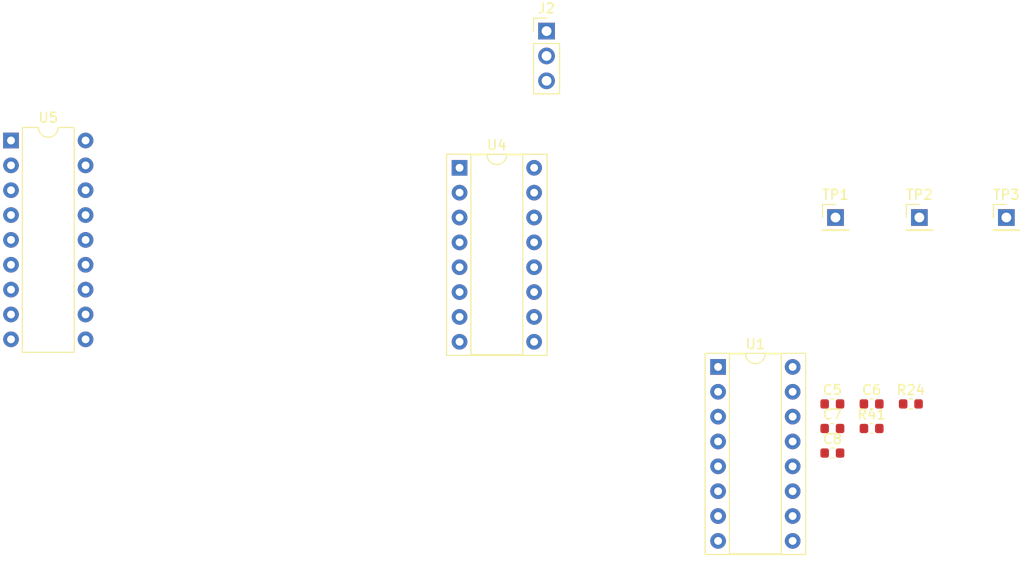
<source format=kicad_pcb>
(kicad_pcb (version 20171130) (host pcbnew "(5.1.5-0-10_14)")

  (general
    (thickness 1.6)
    (drawings 0)
    (tracks 0)
    (zones 0)
    (modules 13)
    (nets 11)
  )

  (page A4)
  (layers
    (0 F.Cu signal)
    (31 B.Cu signal)
    (32 B.Adhes user)
    (33 F.Adhes user)
    (34 B.Paste user)
    (35 F.Paste user)
    (36 B.SilkS user)
    (37 F.SilkS user)
    (38 B.Mask user)
    (39 F.Mask user)
    (40 Dwgs.User user)
    (41 Cmts.User user)
    (42 Eco1.User user)
    (43 Eco2.User user)
    (44 Edge.Cuts user)
    (45 Margin user)
    (46 B.CrtYd user)
    (47 F.CrtYd user)
    (48 B.Fab user)
    (49 F.Fab user)
  )

  (setup
    (last_trace_width 0.25)
    (trace_clearance 0.2)
    (zone_clearance 0.508)
    (zone_45_only no)
    (trace_min 0.2)
    (via_size 0.8)
    (via_drill 0.4)
    (via_min_size 0.4)
    (via_min_drill 0.3)
    (uvia_size 0.3)
    (uvia_drill 0.1)
    (uvias_allowed no)
    (uvia_min_size 0.2)
    (uvia_min_drill 0.1)
    (edge_width 0.05)
    (segment_width 0.2)
    (pcb_text_width 0.3)
    (pcb_text_size 1.5 1.5)
    (mod_edge_width 0.12)
    (mod_text_size 1 1)
    (mod_text_width 0.15)
    (pad_size 1.524 1.524)
    (pad_drill 0.762)
    (pad_to_mask_clearance 0.051)
    (solder_mask_min_width 0.25)
    (aux_axis_origin 0 0)
    (visible_elements FFFFFF7F)
    (pcbplotparams
      (layerselection 0x010fc_ffffffff)
      (usegerberextensions false)
      (usegerberattributes false)
      (usegerberadvancedattributes false)
      (creategerberjobfile false)
      (excludeedgelayer true)
      (linewidth 0.100000)
      (plotframeref false)
      (viasonmask false)
      (mode 1)
      (useauxorigin false)
      (hpglpennumber 1)
      (hpglpenspeed 20)
      (hpglpendiameter 15.000000)
      (psnegative false)
      (psa4output false)
      (plotreference true)
      (plotvalue true)
      (plotinvisibletext false)
      (padsonsilk false)
      (subtractmaskfromsilk false)
      (outputformat 1)
      (mirror false)
      (drillshape 1)
      (scaleselection 1)
      (outputdirectory ""))
  )

  (net 0 "")
  (net 1 +12V)
  (net 2 GND)
  (net 3 "Net-(C5-Pad2)")
  (net 4 "Net-(C6-Pad1)")
  (net 5 "Net-(C7-Pad1)")
  (net 6 "Net-(C8-Pad1)")
  (net 7 -12V)
  (net 8 "Net-(R24-Pad1)")
  (net 9 "Net-(R41-Pad1)")
  (net 10 "Net-(C12-Pad1)")

  (net_class Default "This is the default net class."
    (clearance 0.2)
    (trace_width 0.25)
    (via_dia 0.8)
    (via_drill 0.4)
    (uvia_dia 0.3)
    (uvia_drill 0.1)
    (add_net +12V)
    (add_net -12V)
    (add_net GND)
    (add_net "Net-(C1-Pad2)")
    (add_net "Net-(C12-Pad1)")
    (add_net "Net-(C12-Pad2)")
    (add_net "Net-(C13-Pad1)")
    (add_net "Net-(C3-Pad2)")
    (add_net "Net-(C4-Pad2)")
    (add_net "Net-(C5-Pad2)")
    (add_net "Net-(C6-Pad1)")
    (add_net "Net-(C7-Pad1)")
    (add_net "Net-(C8-Pad1)")
    (add_net "Net-(J1-Pad8)")
    (add_net "Net-(R1-Pad1)")
    (add_net "Net-(R10-Pad1)")
    (add_net "Net-(R11-Pad2)")
    (add_net "Net-(R12-Pad1)")
    (add_net "Net-(R12-Pad2)")
    (add_net "Net-(R13-Pad1)")
    (add_net "Net-(R15-Pad1)")
    (add_net "Net-(R16-Pad2)")
    (add_net "Net-(R17-Pad1)")
    (add_net "Net-(R18-Pad2)")
    (add_net "Net-(R20-Pad2)")
    (add_net "Net-(R21-Pad1)")
    (add_net "Net-(R22-Pad1)")
    (add_net "Net-(R23-Pad1)")
    (add_net "Net-(R24-Pad1)")
    (add_net "Net-(R25-Pad1)")
    (add_net "Net-(R28-Pad2)")
    (add_net "Net-(R29-Pad1)")
    (add_net "Net-(R3-Pad1)")
    (add_net "Net-(R30-Pad1)")
    (add_net "Net-(R32-Pad1)")
    (add_net "Net-(R33-Pad1)")
    (add_net "Net-(R34-Pad1)")
    (add_net "Net-(R35-Pad1)")
    (add_net "Net-(R39-Pad2)")
    (add_net "Net-(R41-Pad1)")
    (add_net "Net-(R42-Pad2)")
    (add_net "Net-(R8-Pad2)")
    (add_net "Net-(R9-Pad2)")
    (add_net "Net-(RV3-Pad1)")
    (add_net "Net-(U1-Pad1)")
    (add_net "Net-(U1-Pad13)")
    (add_net "Net-(U1-Pad14)")
    (add_net "Net-(U1-Pad15)")
    (add_net "Net-(U1-Pad16)")
    (add_net "Net-(U1-Pad8)")
    (add_net "Net-(U1-Pad9)")
  )

  (module Package_DIP:DIP-16_W7.62mm_Socket (layer F.Cu) (tedit 5A02E8C5) (tstamp 5E87E795)
    (at 214.38 104.17)
    (descr "16-lead though-hole mounted DIP package, row spacing 7.62 mm (300 mils), Socket")
    (tags "THT DIP DIL PDIP 2.54mm 7.62mm 300mil Socket")
    (path /5E8A960D)
    (fp_text reference U1 (at 3.81 -2.33) (layer F.SilkS)
      (effects (font (size 1 1) (thickness 0.15)))
    )
    (fp_text value V2164D (at 3.81 20.11) (layer F.Fab)
      (effects (font (size 1 1) (thickness 0.15)))
    )
    (fp_text user %R (at 3.81 8.89) (layer F.Fab)
      (effects (font (size 1 1) (thickness 0.15)))
    )
    (fp_line (start 9.15 -1.6) (end -1.55 -1.6) (layer F.CrtYd) (width 0.05))
    (fp_line (start 9.15 19.4) (end 9.15 -1.6) (layer F.CrtYd) (width 0.05))
    (fp_line (start -1.55 19.4) (end 9.15 19.4) (layer F.CrtYd) (width 0.05))
    (fp_line (start -1.55 -1.6) (end -1.55 19.4) (layer F.CrtYd) (width 0.05))
    (fp_line (start 8.95 -1.39) (end -1.33 -1.39) (layer F.SilkS) (width 0.12))
    (fp_line (start 8.95 19.17) (end 8.95 -1.39) (layer F.SilkS) (width 0.12))
    (fp_line (start -1.33 19.17) (end 8.95 19.17) (layer F.SilkS) (width 0.12))
    (fp_line (start -1.33 -1.39) (end -1.33 19.17) (layer F.SilkS) (width 0.12))
    (fp_line (start 6.46 -1.33) (end 4.81 -1.33) (layer F.SilkS) (width 0.12))
    (fp_line (start 6.46 19.11) (end 6.46 -1.33) (layer F.SilkS) (width 0.12))
    (fp_line (start 1.16 19.11) (end 6.46 19.11) (layer F.SilkS) (width 0.12))
    (fp_line (start 1.16 -1.33) (end 1.16 19.11) (layer F.SilkS) (width 0.12))
    (fp_line (start 2.81 -1.33) (end 1.16 -1.33) (layer F.SilkS) (width 0.12))
    (fp_line (start 8.89 -1.33) (end -1.27 -1.33) (layer F.Fab) (width 0.1))
    (fp_line (start 8.89 19.11) (end 8.89 -1.33) (layer F.Fab) (width 0.1))
    (fp_line (start -1.27 19.11) (end 8.89 19.11) (layer F.Fab) (width 0.1))
    (fp_line (start -1.27 -1.33) (end -1.27 19.11) (layer F.Fab) (width 0.1))
    (fp_line (start 0.635 -0.27) (end 1.635 -1.27) (layer F.Fab) (width 0.1))
    (fp_line (start 0.635 19.05) (end 0.635 -0.27) (layer F.Fab) (width 0.1))
    (fp_line (start 6.985 19.05) (end 0.635 19.05) (layer F.Fab) (width 0.1))
    (fp_line (start 6.985 -1.27) (end 6.985 19.05) (layer F.Fab) (width 0.1))
    (fp_line (start 1.635 -1.27) (end 6.985 -1.27) (layer F.Fab) (width 0.1))
    (fp_arc (start 3.81 -1.33) (end 2.81 -1.33) (angle -180) (layer F.SilkS) (width 0.12))
    (pad 16 thru_hole oval (at 7.62 0) (size 1.6 1.6) (drill 0.8) (layers *.Cu *.Mask))
    (pad 8 thru_hole oval (at 0 17.78) (size 1.6 1.6) (drill 0.8) (layers *.Cu *.Mask))
    (pad 15 thru_hole oval (at 7.62 2.54) (size 1.6 1.6) (drill 0.8) (layers *.Cu *.Mask))
    (pad 7 thru_hole oval (at 0 15.24) (size 1.6 1.6) (drill 0.8) (layers *.Cu *.Mask))
    (pad 14 thru_hole oval (at 7.62 5.08) (size 1.6 1.6) (drill 0.8) (layers *.Cu *.Mask))
    (pad 6 thru_hole oval (at 0 12.7) (size 1.6 1.6) (drill 0.8) (layers *.Cu *.Mask))
    (pad 13 thru_hole oval (at 7.62 7.62) (size 1.6 1.6) (drill 0.8) (layers *.Cu *.Mask))
    (pad 5 thru_hole oval (at 0 10.16) (size 1.6 1.6) (drill 0.8) (layers *.Cu *.Mask)
      (net 10 "Net-(C12-Pad1)"))
    (pad 12 thru_hole oval (at 7.62 10.16) (size 1.6 1.6) (drill 0.8) (layers *.Cu *.Mask)
      (net 10 "Net-(C12-Pad1)"))
    (pad 4 thru_hole oval (at 0 7.62) (size 1.6 1.6) (drill 0.8) (layers *.Cu *.Mask)
      (net 10 "Net-(C12-Pad1)"))
    (pad 11 thru_hole oval (at 7.62 12.7) (size 1.6 1.6) (drill 0.8) (layers *.Cu *.Mask))
    (pad 3 thru_hole oval (at 0 5.08) (size 1.6 1.6) (drill 0.8) (layers *.Cu *.Mask))
    (pad 10 thru_hole oval (at 7.62 15.24) (size 1.6 1.6) (drill 0.8) (layers *.Cu *.Mask))
    (pad 2 thru_hole oval (at 0 2.54) (size 1.6 1.6) (drill 0.8) (layers *.Cu *.Mask))
    (pad 9 thru_hole oval (at 7.62 17.78) (size 1.6 1.6) (drill 0.8) (layers *.Cu *.Mask))
    (pad 1 thru_hole rect (at 0 0) (size 1.6 1.6) (drill 0.8) (layers *.Cu *.Mask))
    (model ${KISYS3DMOD}/Package_DIP.3dshapes/DIP-16_W7.62mm_Socket.wrl
      (at (xyz 0 0 0))
      (scale (xyz 1 1 1))
      (rotate (xyz 0 0 0))
    )
  )

  (module Connector_PinHeader_2.54mm:PinHeader_1x01_P2.54mm_Vertical (layer F.Cu) (tedit 59FED5CC) (tstamp 5E87E769)
    (at 243.84 88.9)
    (descr "Through hole straight pin header, 1x01, 2.54mm pitch, single row")
    (tags "Through hole pin header THT 1x01 2.54mm single row")
    (path /5F5D5CB4)
    (fp_text reference TP3 (at 0 -2.33) (layer F.SilkS)
      (effects (font (size 1 1) (thickness 0.15)))
    )
    (fp_text value Tri (at 0 2.33) (layer F.Fab)
      (effects (font (size 1 1) (thickness 0.15)))
    )
    (fp_text user %R (at 0 0 90) (layer F.Fab)
      (effects (font (size 1 1) (thickness 0.15)))
    )
    (fp_line (start 1.8 -1.8) (end -1.8 -1.8) (layer F.CrtYd) (width 0.05))
    (fp_line (start 1.8 1.8) (end 1.8 -1.8) (layer F.CrtYd) (width 0.05))
    (fp_line (start -1.8 1.8) (end 1.8 1.8) (layer F.CrtYd) (width 0.05))
    (fp_line (start -1.8 -1.8) (end -1.8 1.8) (layer F.CrtYd) (width 0.05))
    (fp_line (start -1.33 -1.33) (end 0 -1.33) (layer F.SilkS) (width 0.12))
    (fp_line (start -1.33 0) (end -1.33 -1.33) (layer F.SilkS) (width 0.12))
    (fp_line (start -1.33 1.27) (end 1.33 1.27) (layer F.SilkS) (width 0.12))
    (fp_line (start 1.33 1.27) (end 1.33 1.33) (layer F.SilkS) (width 0.12))
    (fp_line (start -1.33 1.27) (end -1.33 1.33) (layer F.SilkS) (width 0.12))
    (fp_line (start -1.33 1.33) (end 1.33 1.33) (layer F.SilkS) (width 0.12))
    (fp_line (start -1.27 -0.635) (end -0.635 -1.27) (layer F.Fab) (width 0.1))
    (fp_line (start -1.27 1.27) (end -1.27 -0.635) (layer F.Fab) (width 0.1))
    (fp_line (start 1.27 1.27) (end -1.27 1.27) (layer F.Fab) (width 0.1))
    (fp_line (start 1.27 -1.27) (end 1.27 1.27) (layer F.Fab) (width 0.1))
    (fp_line (start -0.635 -1.27) (end 1.27 -1.27) (layer F.Fab) (width 0.1))
    (pad 1 thru_hole rect (at 0 0) (size 1.7 1.7) (drill 1) (layers *.Cu *.Mask))
    (model ${KISYS3DMOD}/Connector_PinHeader_2.54mm.3dshapes/PinHeader_1x01_P2.54mm_Vertical.wrl
      (at (xyz 0 0 0))
      (scale (xyz 1 1 1))
      (rotate (xyz 0 0 0))
    )
  )

  (module Connector_PinHeader_2.54mm:PinHeader_1x01_P2.54mm_Vertical (layer F.Cu) (tedit 59FED5CC) (tstamp 5E87E754)
    (at 234.95 88.9)
    (descr "Through hole straight pin header, 1x01, 2.54mm pitch, single row")
    (tags "Through hole pin header THT 1x01 2.54mm single row")
    (path /5F5D5743)
    (fp_text reference TP2 (at 0 -2.33) (layer F.SilkS)
      (effects (font (size 1 1) (thickness 0.15)))
    )
    (fp_text value Saw (at 0 2.33) (layer F.Fab)
      (effects (font (size 1 1) (thickness 0.15)))
    )
    (fp_text user %R (at 0 0 90) (layer F.Fab)
      (effects (font (size 1 1) (thickness 0.15)))
    )
    (fp_line (start 1.8 -1.8) (end -1.8 -1.8) (layer F.CrtYd) (width 0.05))
    (fp_line (start 1.8 1.8) (end 1.8 -1.8) (layer F.CrtYd) (width 0.05))
    (fp_line (start -1.8 1.8) (end 1.8 1.8) (layer F.CrtYd) (width 0.05))
    (fp_line (start -1.8 -1.8) (end -1.8 1.8) (layer F.CrtYd) (width 0.05))
    (fp_line (start -1.33 -1.33) (end 0 -1.33) (layer F.SilkS) (width 0.12))
    (fp_line (start -1.33 0) (end -1.33 -1.33) (layer F.SilkS) (width 0.12))
    (fp_line (start -1.33 1.27) (end 1.33 1.27) (layer F.SilkS) (width 0.12))
    (fp_line (start 1.33 1.27) (end 1.33 1.33) (layer F.SilkS) (width 0.12))
    (fp_line (start -1.33 1.27) (end -1.33 1.33) (layer F.SilkS) (width 0.12))
    (fp_line (start -1.33 1.33) (end 1.33 1.33) (layer F.SilkS) (width 0.12))
    (fp_line (start -1.27 -0.635) (end -0.635 -1.27) (layer F.Fab) (width 0.1))
    (fp_line (start -1.27 1.27) (end -1.27 -0.635) (layer F.Fab) (width 0.1))
    (fp_line (start 1.27 1.27) (end -1.27 1.27) (layer F.Fab) (width 0.1))
    (fp_line (start 1.27 -1.27) (end 1.27 1.27) (layer F.Fab) (width 0.1))
    (fp_line (start -0.635 -1.27) (end 1.27 -1.27) (layer F.Fab) (width 0.1))
    (pad 1 thru_hole rect (at 0 0) (size 1.7 1.7) (drill 1) (layers *.Cu *.Mask))
    (model ${KISYS3DMOD}/Connector_PinHeader_2.54mm.3dshapes/PinHeader_1x01_P2.54mm_Vertical.wrl
      (at (xyz 0 0 0))
      (scale (xyz 1 1 1))
      (rotate (xyz 0 0 0))
    )
  )

  (module Connector_PinHeader_2.54mm:PinHeader_1x01_P2.54mm_Vertical (layer F.Cu) (tedit 59FED5CC) (tstamp 5E87E73F)
    (at 226.38 88.9)
    (descr "Through hole straight pin header, 1x01, 2.54mm pitch, single row")
    (tags "Through hole pin header THT 1x01 2.54mm single row")
    (path /5F5988C1)
    (fp_text reference TP1 (at 0 -2.33) (layer F.SilkS)
      (effects (font (size 1 1) (thickness 0.15)))
    )
    (fp_text value Squ (at 0 2.33) (layer F.Fab)
      (effects (font (size 1 1) (thickness 0.15)))
    )
    (fp_text user %R (at 0 0 90) (layer F.Fab)
      (effects (font (size 1 1) (thickness 0.15)))
    )
    (fp_line (start 1.8 -1.8) (end -1.8 -1.8) (layer F.CrtYd) (width 0.05))
    (fp_line (start 1.8 1.8) (end 1.8 -1.8) (layer F.CrtYd) (width 0.05))
    (fp_line (start -1.8 1.8) (end 1.8 1.8) (layer F.CrtYd) (width 0.05))
    (fp_line (start -1.8 -1.8) (end -1.8 1.8) (layer F.CrtYd) (width 0.05))
    (fp_line (start -1.33 -1.33) (end 0 -1.33) (layer F.SilkS) (width 0.12))
    (fp_line (start -1.33 0) (end -1.33 -1.33) (layer F.SilkS) (width 0.12))
    (fp_line (start -1.33 1.27) (end 1.33 1.27) (layer F.SilkS) (width 0.12))
    (fp_line (start 1.33 1.27) (end 1.33 1.33) (layer F.SilkS) (width 0.12))
    (fp_line (start -1.33 1.27) (end -1.33 1.33) (layer F.SilkS) (width 0.12))
    (fp_line (start -1.33 1.33) (end 1.33 1.33) (layer F.SilkS) (width 0.12))
    (fp_line (start -1.27 -0.635) (end -0.635 -1.27) (layer F.Fab) (width 0.1))
    (fp_line (start -1.27 1.27) (end -1.27 -0.635) (layer F.Fab) (width 0.1))
    (fp_line (start 1.27 1.27) (end -1.27 1.27) (layer F.Fab) (width 0.1))
    (fp_line (start 1.27 -1.27) (end 1.27 1.27) (layer F.Fab) (width 0.1))
    (fp_line (start -0.635 -1.27) (end 1.27 -1.27) (layer F.Fab) (width 0.1))
    (pad 1 thru_hole rect (at 0 0) (size 1.7 1.7) (drill 1) (layers *.Cu *.Mask))
    (model ${KISYS3DMOD}/Connector_PinHeader_2.54mm.3dshapes/PinHeader_1x01_P2.54mm_Vertical.wrl
      (at (xyz 0 0 0))
      (scale (xyz 1 1 1))
      (rotate (xyz 0 0 0))
    )
  )

  (module Resistor_SMD:R_0603_1608Metric (layer F.Cu) (tedit 5B301BBD) (tstamp 5E87E72A)
    (at 230.07 110.46)
    (descr "Resistor SMD 0603 (1608 Metric), square (rectangular) end terminal, IPC_7351 nominal, (Body size source: http://www.tortai-tech.com/upload/download/2011102023233369053.pdf), generated with kicad-footprint-generator")
    (tags resistor)
    (path /5E90EB01)
    (attr smd)
    (fp_text reference R41 (at 0 -1.43) (layer F.SilkS)
      (effects (font (size 1 1) (thickness 0.15)))
    )
    (fp_text value 1K2 (at 0 1.43) (layer F.Fab)
      (effects (font (size 1 1) (thickness 0.15)))
    )
    (fp_text user %R (at 0 0) (layer F.Fab)
      (effects (font (size 0.4 0.4) (thickness 0.06)))
    )
    (fp_line (start 1.48 0.73) (end -1.48 0.73) (layer F.CrtYd) (width 0.05))
    (fp_line (start 1.48 -0.73) (end 1.48 0.73) (layer F.CrtYd) (width 0.05))
    (fp_line (start -1.48 -0.73) (end 1.48 -0.73) (layer F.CrtYd) (width 0.05))
    (fp_line (start -1.48 0.73) (end -1.48 -0.73) (layer F.CrtYd) (width 0.05))
    (fp_line (start -0.162779 0.51) (end 0.162779 0.51) (layer F.SilkS) (width 0.12))
    (fp_line (start -0.162779 -0.51) (end 0.162779 -0.51) (layer F.SilkS) (width 0.12))
    (fp_line (start 0.8 0.4) (end -0.8 0.4) (layer F.Fab) (width 0.1))
    (fp_line (start 0.8 -0.4) (end 0.8 0.4) (layer F.Fab) (width 0.1))
    (fp_line (start -0.8 -0.4) (end 0.8 -0.4) (layer F.Fab) (width 0.1))
    (fp_line (start -0.8 0.4) (end -0.8 -0.4) (layer F.Fab) (width 0.1))
    (pad 2 smd roundrect (at 0.7875 0) (size 0.875 0.95) (layers F.Cu F.Paste F.Mask) (roundrect_rratio 0.25)
      (net 7 -12V))
    (pad 1 smd roundrect (at -0.7875 0) (size 0.875 0.95) (layers F.Cu F.Paste F.Mask) (roundrect_rratio 0.25)
      (net 9 "Net-(R41-Pad1)"))
    (model ${KISYS3DMOD}/Resistor_SMD.3dshapes/R_0603_1608Metric.wrl
      (at (xyz 0 0 0))
      (scale (xyz 1 1 1))
      (rotate (xyz 0 0 0))
    )
  )

  (module Resistor_SMD:R_0603_1608Metric (layer F.Cu) (tedit 5B301BBD) (tstamp 5E87E719)
    (at 234.08 107.95)
    (descr "Resistor SMD 0603 (1608 Metric), square (rectangular) end terminal, IPC_7351 nominal, (Body size source: http://www.tortai-tech.com/upload/download/2011102023233369053.pdf), generated with kicad-footprint-generator")
    (tags resistor)
    (path /5E8E6971)
    (attr smd)
    (fp_text reference R24 (at 0 -1.43) (layer F.SilkS)
      (effects (font (size 1 1) (thickness 0.15)))
    )
    (fp_text value 91K (at 0 1.43) (layer F.Fab)
      (effects (font (size 1 1) (thickness 0.15)))
    )
    (fp_text user %R (at 0 0) (layer F.Fab)
      (effects (font (size 0.4 0.4) (thickness 0.06)))
    )
    (fp_line (start 1.48 0.73) (end -1.48 0.73) (layer F.CrtYd) (width 0.05))
    (fp_line (start 1.48 -0.73) (end 1.48 0.73) (layer F.CrtYd) (width 0.05))
    (fp_line (start -1.48 -0.73) (end 1.48 -0.73) (layer F.CrtYd) (width 0.05))
    (fp_line (start -1.48 0.73) (end -1.48 -0.73) (layer F.CrtYd) (width 0.05))
    (fp_line (start -0.162779 0.51) (end 0.162779 0.51) (layer F.SilkS) (width 0.12))
    (fp_line (start -0.162779 -0.51) (end 0.162779 -0.51) (layer F.SilkS) (width 0.12))
    (fp_line (start 0.8 0.4) (end -0.8 0.4) (layer F.Fab) (width 0.1))
    (fp_line (start 0.8 -0.4) (end 0.8 0.4) (layer F.Fab) (width 0.1))
    (fp_line (start -0.8 -0.4) (end 0.8 -0.4) (layer F.Fab) (width 0.1))
    (fp_line (start -0.8 0.4) (end -0.8 -0.4) (layer F.Fab) (width 0.1))
    (pad 2 smd roundrect (at 0.7875 0) (size 0.875 0.95) (layers F.Cu F.Paste F.Mask) (roundrect_rratio 0.25))
    (pad 1 smd roundrect (at -0.7875 0) (size 0.875 0.95) (layers F.Cu F.Paste F.Mask) (roundrect_rratio 0.25)
      (net 8 "Net-(R24-Pad1)"))
    (model ${KISYS3DMOD}/Resistor_SMD.3dshapes/R_0603_1608Metric.wrl
      (at (xyz 0 0 0))
      (scale (xyz 1 1 1))
      (rotate (xyz 0 0 0))
    )
  )

  (module Capacitor_SMD:C_0603_1608Metric (layer F.Cu) (tedit 5B301BBE) (tstamp 5E87E6F2)
    (at 226.06 112.97)
    (descr "Capacitor SMD 0603 (1608 Metric), square (rectangular) end terminal, IPC_7351 nominal, (Body size source: http://www.tortai-tech.com/upload/download/2011102023233369053.pdf), generated with kicad-footprint-generator")
    (tags capacitor)
    (path /5E8FCA7C)
    (attr smd)
    (fp_text reference C8 (at 0 -1.43) (layer F.SilkS)
      (effects (font (size 1 1) (thickness 0.15)))
    )
    (fp_text value 300p (at 0 1.43) (layer F.Fab)
      (effects (font (size 1 1) (thickness 0.15)))
    )
    (fp_text user %R (at 0 0) (layer F.Fab)
      (effects (font (size 0.4 0.4) (thickness 0.06)))
    )
    (fp_line (start 1.48 0.73) (end -1.48 0.73) (layer F.CrtYd) (width 0.05))
    (fp_line (start 1.48 -0.73) (end 1.48 0.73) (layer F.CrtYd) (width 0.05))
    (fp_line (start -1.48 -0.73) (end 1.48 -0.73) (layer F.CrtYd) (width 0.05))
    (fp_line (start -1.48 0.73) (end -1.48 -0.73) (layer F.CrtYd) (width 0.05))
    (fp_line (start -0.162779 0.51) (end 0.162779 0.51) (layer F.SilkS) (width 0.12))
    (fp_line (start -0.162779 -0.51) (end 0.162779 -0.51) (layer F.SilkS) (width 0.12))
    (fp_line (start 0.8 0.4) (end -0.8 0.4) (layer F.Fab) (width 0.1))
    (fp_line (start 0.8 -0.4) (end 0.8 0.4) (layer F.Fab) (width 0.1))
    (fp_line (start -0.8 -0.4) (end 0.8 -0.4) (layer F.Fab) (width 0.1))
    (fp_line (start -0.8 0.4) (end -0.8 -0.4) (layer F.Fab) (width 0.1))
    (pad 2 smd roundrect (at 0.7875 0) (size 0.875 0.95) (layers F.Cu F.Paste F.Mask) (roundrect_rratio 0.25)
      (net 2 GND))
    (pad 1 smd roundrect (at -0.7875 0) (size 0.875 0.95) (layers F.Cu F.Paste F.Mask) (roundrect_rratio 0.25)
      (net 6 "Net-(C8-Pad1)"))
    (model ${KISYS3DMOD}/Capacitor_SMD.3dshapes/C_0603_1608Metric.wrl
      (at (xyz 0 0 0))
      (scale (xyz 1 1 1))
      (rotate (xyz 0 0 0))
    )
  )

  (module Capacitor_SMD:C_0603_1608Metric (layer F.Cu) (tedit 5B301BBE) (tstamp 5E87E6E1)
    (at 226.06 110.46)
    (descr "Capacitor SMD 0603 (1608 Metric), square (rectangular) end terminal, IPC_7351 nominal, (Body size source: http://www.tortai-tech.com/upload/download/2011102023233369053.pdf), generated with kicad-footprint-generator")
    (tags capacitor)
    (path /5E8F8263)
    (attr smd)
    (fp_text reference C7 (at 0 -1.43) (layer F.SilkS)
      (effects (font (size 1 1) (thickness 0.15)))
    )
    (fp_text value 300p (at 0 1.43) (layer F.Fab)
      (effects (font (size 1 1) (thickness 0.15)))
    )
    (fp_text user %R (at 0 0) (layer F.Fab)
      (effects (font (size 0.4 0.4) (thickness 0.06)))
    )
    (fp_line (start 1.48 0.73) (end -1.48 0.73) (layer F.CrtYd) (width 0.05))
    (fp_line (start 1.48 -0.73) (end 1.48 0.73) (layer F.CrtYd) (width 0.05))
    (fp_line (start -1.48 -0.73) (end 1.48 -0.73) (layer F.CrtYd) (width 0.05))
    (fp_line (start -1.48 0.73) (end -1.48 -0.73) (layer F.CrtYd) (width 0.05))
    (fp_line (start -0.162779 0.51) (end 0.162779 0.51) (layer F.SilkS) (width 0.12))
    (fp_line (start -0.162779 -0.51) (end 0.162779 -0.51) (layer F.SilkS) (width 0.12))
    (fp_line (start 0.8 0.4) (end -0.8 0.4) (layer F.Fab) (width 0.1))
    (fp_line (start 0.8 -0.4) (end 0.8 0.4) (layer F.Fab) (width 0.1))
    (fp_line (start -0.8 -0.4) (end 0.8 -0.4) (layer F.Fab) (width 0.1))
    (fp_line (start -0.8 0.4) (end -0.8 -0.4) (layer F.Fab) (width 0.1))
    (pad 2 smd roundrect (at 0.7875 0) (size 0.875 0.95) (layers F.Cu F.Paste F.Mask) (roundrect_rratio 0.25)
      (net 2 GND))
    (pad 1 smd roundrect (at -0.7875 0) (size 0.875 0.95) (layers F.Cu F.Paste F.Mask) (roundrect_rratio 0.25)
      (net 5 "Net-(C7-Pad1)"))
    (model ${KISYS3DMOD}/Capacitor_SMD.3dshapes/C_0603_1608Metric.wrl
      (at (xyz 0 0 0))
      (scale (xyz 1 1 1))
      (rotate (xyz 0 0 0))
    )
  )

  (module Capacitor_SMD:C_0603_1608Metric (layer F.Cu) (tedit 5B301BBE) (tstamp 5E87E6D0)
    (at 230.07 107.95)
    (descr "Capacitor SMD 0603 (1608 Metric), square (rectangular) end terminal, IPC_7351 nominal, (Body size source: http://www.tortai-tech.com/upload/download/2011102023233369053.pdf), generated with kicad-footprint-generator")
    (tags capacitor)
    (path /5E8FB21D)
    (attr smd)
    (fp_text reference C6 (at 0 -1.43) (layer F.SilkS)
      (effects (font (size 1 1) (thickness 0.15)))
    )
    (fp_text value 300p (at 0 1.43) (layer F.Fab)
      (effects (font (size 1 1) (thickness 0.15)))
    )
    (fp_text user %R (at 0 0) (layer F.Fab)
      (effects (font (size 0.4 0.4) (thickness 0.06)))
    )
    (fp_line (start 1.48 0.73) (end -1.48 0.73) (layer F.CrtYd) (width 0.05))
    (fp_line (start 1.48 -0.73) (end 1.48 0.73) (layer F.CrtYd) (width 0.05))
    (fp_line (start -1.48 -0.73) (end 1.48 -0.73) (layer F.CrtYd) (width 0.05))
    (fp_line (start -1.48 0.73) (end -1.48 -0.73) (layer F.CrtYd) (width 0.05))
    (fp_line (start -0.162779 0.51) (end 0.162779 0.51) (layer F.SilkS) (width 0.12))
    (fp_line (start -0.162779 -0.51) (end 0.162779 -0.51) (layer F.SilkS) (width 0.12))
    (fp_line (start 0.8 0.4) (end -0.8 0.4) (layer F.Fab) (width 0.1))
    (fp_line (start 0.8 -0.4) (end 0.8 0.4) (layer F.Fab) (width 0.1))
    (fp_line (start -0.8 -0.4) (end 0.8 -0.4) (layer F.Fab) (width 0.1))
    (fp_line (start -0.8 0.4) (end -0.8 -0.4) (layer F.Fab) (width 0.1))
    (pad 2 smd roundrect (at 0.7875 0) (size 0.875 0.95) (layers F.Cu F.Paste F.Mask) (roundrect_rratio 0.25)
      (net 2 GND))
    (pad 1 smd roundrect (at -0.7875 0) (size 0.875 0.95) (layers F.Cu F.Paste F.Mask) (roundrect_rratio 0.25)
      (net 4 "Net-(C6-Pad1)"))
    (model ${KISYS3DMOD}/Capacitor_SMD.3dshapes/C_0603_1608Metric.wrl
      (at (xyz 0 0 0))
      (scale (xyz 1 1 1))
      (rotate (xyz 0 0 0))
    )
  )

  (module Capacitor_SMD:C_0603_1608Metric (layer F.Cu) (tedit 5B301BBE) (tstamp 5E87E6BF)
    (at 226.06 107.95)
    (descr "Capacitor SMD 0603 (1608 Metric), square (rectangular) end terminal, IPC_7351 nominal, (Body size source: http://www.tortai-tech.com/upload/download/2011102023233369053.pdf), generated with kicad-footprint-generator")
    (tags capacitor)
    (path /5E8F0F28)
    (attr smd)
    (fp_text reference C5 (at 0 -1.43) (layer F.SilkS)
      (effects (font (size 1 1) (thickness 0.15)))
    )
    (fp_text value 300p (at 0 1.43) (layer F.Fab)
      (effects (font (size 1 1) (thickness 0.15)))
    )
    (fp_text user %R (at 0 0) (layer F.Fab)
      (effects (font (size 0.4 0.4) (thickness 0.06)))
    )
    (fp_line (start 1.48 0.73) (end -1.48 0.73) (layer F.CrtYd) (width 0.05))
    (fp_line (start 1.48 -0.73) (end 1.48 0.73) (layer F.CrtYd) (width 0.05))
    (fp_line (start -1.48 -0.73) (end 1.48 -0.73) (layer F.CrtYd) (width 0.05))
    (fp_line (start -1.48 0.73) (end -1.48 -0.73) (layer F.CrtYd) (width 0.05))
    (fp_line (start -0.162779 0.51) (end 0.162779 0.51) (layer F.SilkS) (width 0.12))
    (fp_line (start -0.162779 -0.51) (end 0.162779 -0.51) (layer F.SilkS) (width 0.12))
    (fp_line (start 0.8 0.4) (end -0.8 0.4) (layer F.Fab) (width 0.1))
    (fp_line (start 0.8 -0.4) (end 0.8 0.4) (layer F.Fab) (width 0.1))
    (fp_line (start -0.8 -0.4) (end 0.8 -0.4) (layer F.Fab) (width 0.1))
    (fp_line (start -0.8 0.4) (end -0.8 -0.4) (layer F.Fab) (width 0.1))
    (pad 2 smd roundrect (at 0.7875 0) (size 0.875 0.95) (layers F.Cu F.Paste F.Mask) (roundrect_rratio 0.25)
      (net 3 "Net-(C5-Pad2)"))
    (pad 1 smd roundrect (at -0.7875 0) (size 0.875 0.95) (layers F.Cu F.Paste F.Mask) (roundrect_rratio 0.25)
      (net 2 GND))
    (model ${KISYS3DMOD}/Capacitor_SMD.3dshapes/C_0603_1608Metric.wrl
      (at (xyz 0 0 0))
      (scale (xyz 1 1 1))
      (rotate (xyz 0 0 0))
    )
  )

  (module Package_DIP:DIP-18_W7.62mm (layer F.Cu) (tedit 5A02E8C5) (tstamp 5E85B8D7)
    (at 142.12 81.03)
    (descr "18-lead though-hole mounted DIP package, row spacing 7.62 mm (300 mils)")
    (tags "THT DIP DIL PDIP 2.54mm 7.62mm 300mil")
    (path /5E8A6E0E)
    (fp_text reference U5 (at 3.81 -2.33) (layer F.SilkS)
      (effects (font (size 1 1) (thickness 0.15)))
    )
    (fp_text value AS3320 (at 3.81 22.65) (layer F.Fab)
      (effects (font (size 1 1) (thickness 0.15)))
    )
    (fp_text user %R (at 3.81 10.16) (layer F.Fab)
      (effects (font (size 1 1) (thickness 0.15)))
    )
    (fp_line (start 8.7 -1.55) (end -1.1 -1.55) (layer F.CrtYd) (width 0.05))
    (fp_line (start 8.7 21.85) (end 8.7 -1.55) (layer F.CrtYd) (width 0.05))
    (fp_line (start -1.1 21.85) (end 8.7 21.85) (layer F.CrtYd) (width 0.05))
    (fp_line (start -1.1 -1.55) (end -1.1 21.85) (layer F.CrtYd) (width 0.05))
    (fp_line (start 6.46 -1.33) (end 4.81 -1.33) (layer F.SilkS) (width 0.12))
    (fp_line (start 6.46 21.65) (end 6.46 -1.33) (layer F.SilkS) (width 0.12))
    (fp_line (start 1.16 21.65) (end 6.46 21.65) (layer F.SilkS) (width 0.12))
    (fp_line (start 1.16 -1.33) (end 1.16 21.65) (layer F.SilkS) (width 0.12))
    (fp_line (start 2.81 -1.33) (end 1.16 -1.33) (layer F.SilkS) (width 0.12))
    (fp_line (start 0.635 -0.27) (end 1.635 -1.27) (layer F.Fab) (width 0.1))
    (fp_line (start 0.635 21.59) (end 0.635 -0.27) (layer F.Fab) (width 0.1))
    (fp_line (start 6.985 21.59) (end 0.635 21.59) (layer F.Fab) (width 0.1))
    (fp_line (start 6.985 -1.27) (end 6.985 21.59) (layer F.Fab) (width 0.1))
    (fp_line (start 1.635 -1.27) (end 6.985 -1.27) (layer F.Fab) (width 0.1))
    (fp_arc (start 3.81 -1.33) (end 2.81 -1.33) (angle -180) (layer F.SilkS) (width 0.12))
    (pad 18 thru_hole oval (at 7.62 0) (size 1.6 1.6) (drill 0.8) (layers *.Cu *.Mask))
    (pad 9 thru_hole oval (at 0 20.32) (size 1.6 1.6) (drill 0.8) (layers *.Cu *.Mask))
    (pad 17 thru_hole oval (at 7.62 2.54) (size 1.6 1.6) (drill 0.8) (layers *.Cu *.Mask))
    (pad 8 thru_hole oval (at 0 17.78) (size 1.6 1.6) (drill 0.8) (layers *.Cu *.Mask))
    (pad 16 thru_hole oval (at 7.62 5.08) (size 1.6 1.6) (drill 0.8) (layers *.Cu *.Mask)
      (net 4 "Net-(C6-Pad1)"))
    (pad 7 thru_hole oval (at 0 15.24) (size 1.6 1.6) (drill 0.8) (layers *.Cu *.Mask))
    (pad 15 thru_hole oval (at 7.62 7.62) (size 1.6 1.6) (drill 0.8) (layers *.Cu *.Mask))
    (pad 6 thru_hole oval (at 0 12.7) (size 1.6 1.6) (drill 0.8) (layers *.Cu *.Mask))
    (pad 14 thru_hole oval (at 7.62 10.16) (size 1.6 1.6) (drill 0.8) (layers *.Cu *.Mask)
      (net 1 +12V))
    (pad 5 thru_hole oval (at 0 10.16) (size 1.6 1.6) (drill 0.8) (layers *.Cu *.Mask)
      (net 3 "Net-(C5-Pad2)"))
    (pad 13 thru_hole oval (at 7.62 12.7) (size 1.6 1.6) (drill 0.8) (layers *.Cu *.Mask)
      (net 9 "Net-(R41-Pad1)"))
    (pad 4 thru_hole oval (at 0 7.62) (size 1.6 1.6) (drill 0.8) (layers *.Cu *.Mask)
      (net 5 "Net-(C7-Pad1)"))
    (pad 12 thru_hole oval (at 7.62 15.24) (size 1.6 1.6) (drill 0.8) (layers *.Cu *.Mask))
    (pad 3 thru_hole oval (at 0 5.08) (size 1.6 1.6) (drill 0.8) (layers *.Cu *.Mask)
      (net 2 GND))
    (pad 11 thru_hole oval (at 7.62 17.78) (size 1.6 1.6) (drill 0.8) (layers *.Cu *.Mask)
      (net 6 "Net-(C8-Pad1)"))
    (pad 2 thru_hole oval (at 0 2.54) (size 1.6 1.6) (drill 0.8) (layers *.Cu *.Mask))
    (pad 10 thru_hole oval (at 7.62 20.32) (size 1.6 1.6) (drill 0.8) (layers *.Cu *.Mask))
    (pad 1 thru_hole rect (at 0 0) (size 1.6 1.6) (drill 0.8) (layers *.Cu *.Mask)
      (net 8 "Net-(R24-Pad1)"))
    (model ${KISYS3DMOD}/Package_DIP.3dshapes/DIP-18_W7.62mm.wrl
      (at (xyz 0 0 0))
      (scale (xyz 1 1 1))
      (rotate (xyz 0 0 0))
    )
  )

  (module Package_DIP:DIP-16_W7.62mm_Socket (layer F.Cu) (tedit 5A02E8C5) (tstamp 5E85B8B1)
    (at 187.96 83.82)
    (descr "16-lead though-hole mounted DIP package, row spacing 7.62 mm (300 mils), Socket")
    (tags "THT DIP DIL PDIP 2.54mm 7.62mm 300mil Socket")
    (path /5E8A63FA)
    (fp_text reference U4 (at 3.81 -2.33) (layer F.SilkS)
      (effects (font (size 1 1) (thickness 0.15)))
    )
    (fp_text value CEM3340 (at 3.81 20.11) (layer F.Fab)
      (effects (font (size 1 1) (thickness 0.15)))
    )
    (fp_text user %R (at 3.81 8.89) (layer F.Fab)
      (effects (font (size 1 1) (thickness 0.15)))
    )
    (fp_line (start 9.15 -1.6) (end -1.55 -1.6) (layer F.CrtYd) (width 0.05))
    (fp_line (start 9.15 19.4) (end 9.15 -1.6) (layer F.CrtYd) (width 0.05))
    (fp_line (start -1.55 19.4) (end 9.15 19.4) (layer F.CrtYd) (width 0.05))
    (fp_line (start -1.55 -1.6) (end -1.55 19.4) (layer F.CrtYd) (width 0.05))
    (fp_line (start 8.95 -1.39) (end -1.33 -1.39) (layer F.SilkS) (width 0.12))
    (fp_line (start 8.95 19.17) (end 8.95 -1.39) (layer F.SilkS) (width 0.12))
    (fp_line (start -1.33 19.17) (end 8.95 19.17) (layer F.SilkS) (width 0.12))
    (fp_line (start -1.33 -1.39) (end -1.33 19.17) (layer F.SilkS) (width 0.12))
    (fp_line (start 6.46 -1.33) (end 4.81 -1.33) (layer F.SilkS) (width 0.12))
    (fp_line (start 6.46 19.11) (end 6.46 -1.33) (layer F.SilkS) (width 0.12))
    (fp_line (start 1.16 19.11) (end 6.46 19.11) (layer F.SilkS) (width 0.12))
    (fp_line (start 1.16 -1.33) (end 1.16 19.11) (layer F.SilkS) (width 0.12))
    (fp_line (start 2.81 -1.33) (end 1.16 -1.33) (layer F.SilkS) (width 0.12))
    (fp_line (start 8.89 -1.33) (end -1.27 -1.33) (layer F.Fab) (width 0.1))
    (fp_line (start 8.89 19.11) (end 8.89 -1.33) (layer F.Fab) (width 0.1))
    (fp_line (start -1.27 19.11) (end 8.89 19.11) (layer F.Fab) (width 0.1))
    (fp_line (start -1.27 -1.33) (end -1.27 19.11) (layer F.Fab) (width 0.1))
    (fp_line (start 0.635 -0.27) (end 1.635 -1.27) (layer F.Fab) (width 0.1))
    (fp_line (start 0.635 19.05) (end 0.635 -0.27) (layer F.Fab) (width 0.1))
    (fp_line (start 6.985 19.05) (end 0.635 19.05) (layer F.Fab) (width 0.1))
    (fp_line (start 6.985 -1.27) (end 6.985 19.05) (layer F.Fab) (width 0.1))
    (fp_line (start 1.635 -1.27) (end 6.985 -1.27) (layer F.Fab) (width 0.1))
    (fp_arc (start 3.81 -1.33) (end 2.81 -1.33) (angle -180) (layer F.SilkS) (width 0.12))
    (pad 16 thru_hole oval (at 7.62 0) (size 1.6 1.6) (drill 0.8) (layers *.Cu *.Mask)
      (net 1 +12V))
    (pad 8 thru_hole oval (at 0 17.78) (size 1.6 1.6) (drill 0.8) (layers *.Cu *.Mask))
    (pad 15 thru_hole oval (at 7.62 2.54) (size 1.6 1.6) (drill 0.8) (layers *.Cu *.Mask))
    (pad 7 thru_hole oval (at 0 15.24) (size 1.6 1.6) (drill 0.8) (layers *.Cu *.Mask))
    (pad 14 thru_hole oval (at 7.62 5.08) (size 1.6 1.6) (drill 0.8) (layers *.Cu *.Mask))
    (pad 6 thru_hole oval (at 0 12.7) (size 1.6 1.6) (drill 0.8) (layers *.Cu *.Mask))
    (pad 13 thru_hole oval (at 7.62 7.62) (size 1.6 1.6) (drill 0.8) (layers *.Cu *.Mask))
    (pad 5 thru_hole oval (at 0 10.16) (size 1.6 1.6) (drill 0.8) (layers *.Cu *.Mask))
    (pad 12 thru_hole oval (at 7.62 10.16) (size 1.6 1.6) (drill 0.8) (layers *.Cu *.Mask)
      (net 2 GND))
    (pad 4 thru_hole oval (at 0 7.62) (size 1.6 1.6) (drill 0.8) (layers *.Cu *.Mask))
    (pad 11 thru_hole oval (at 7.62 12.7) (size 1.6 1.6) (drill 0.8) (layers *.Cu *.Mask))
    (pad 3 thru_hole oval (at 0 5.08) (size 1.6 1.6) (drill 0.8) (layers *.Cu *.Mask))
    (pad 10 thru_hole oval (at 7.62 15.24) (size 1.6 1.6) (drill 0.8) (layers *.Cu *.Mask))
    (pad 2 thru_hole oval (at 0 2.54) (size 1.6 1.6) (drill 0.8) (layers *.Cu *.Mask))
    (pad 9 thru_hole oval (at 7.62 17.78) (size 1.6 1.6) (drill 0.8) (layers *.Cu *.Mask))
    (pad 1 thru_hole rect (at 0 0) (size 1.6 1.6) (drill 0.8) (layers *.Cu *.Mask))
    (model ${KISYS3DMOD}/Package_DIP.3dshapes/DIP-16_W7.62mm_Socket.wrl
      (at (xyz 0 0 0))
      (scale (xyz 1 1 1))
      (rotate (xyz 0 0 0))
    )
  )

  (module Connector_PinHeader_2.54mm:PinHeader_1x03_P2.54mm_Vertical (layer F.Cu) (tedit 59FED5CC) (tstamp 5E85B859)
    (at 196.85 69.85)
    (descr "Through hole straight pin header, 1x03, 2.54mm pitch, single row")
    (tags "Through hole pin header THT 1x03 2.54mm single row")
    (path /5E8DD2A6)
    (fp_text reference J2 (at 0 -2.33) (layer F.SilkS)
      (effects (font (size 1 1) (thickness 0.15)))
    )
    (fp_text value PowerConn (at 0 7.41) (layer F.Fab)
      (effects (font (size 1 1) (thickness 0.15)))
    )
    (fp_text user %R (at 0 2.54 90) (layer F.Fab)
      (effects (font (size 1 1) (thickness 0.15)))
    )
    (fp_line (start 1.8 -1.8) (end -1.8 -1.8) (layer F.CrtYd) (width 0.05))
    (fp_line (start 1.8 6.85) (end 1.8 -1.8) (layer F.CrtYd) (width 0.05))
    (fp_line (start -1.8 6.85) (end 1.8 6.85) (layer F.CrtYd) (width 0.05))
    (fp_line (start -1.8 -1.8) (end -1.8 6.85) (layer F.CrtYd) (width 0.05))
    (fp_line (start -1.33 -1.33) (end 0 -1.33) (layer F.SilkS) (width 0.12))
    (fp_line (start -1.33 0) (end -1.33 -1.33) (layer F.SilkS) (width 0.12))
    (fp_line (start -1.33 1.27) (end 1.33 1.27) (layer F.SilkS) (width 0.12))
    (fp_line (start 1.33 1.27) (end 1.33 6.41) (layer F.SilkS) (width 0.12))
    (fp_line (start -1.33 1.27) (end -1.33 6.41) (layer F.SilkS) (width 0.12))
    (fp_line (start -1.33 6.41) (end 1.33 6.41) (layer F.SilkS) (width 0.12))
    (fp_line (start -1.27 -0.635) (end -0.635 -1.27) (layer F.Fab) (width 0.1))
    (fp_line (start -1.27 6.35) (end -1.27 -0.635) (layer F.Fab) (width 0.1))
    (fp_line (start 1.27 6.35) (end -1.27 6.35) (layer F.Fab) (width 0.1))
    (fp_line (start 1.27 -1.27) (end 1.27 6.35) (layer F.Fab) (width 0.1))
    (fp_line (start -0.635 -1.27) (end 1.27 -1.27) (layer F.Fab) (width 0.1))
    (pad 3 thru_hole oval (at 0 5.08) (size 1.7 1.7) (drill 1) (layers *.Cu *.Mask)
      (net 1 +12V))
    (pad 2 thru_hole oval (at 0 2.54) (size 1.7 1.7) (drill 1) (layers *.Cu *.Mask)
      (net 2 GND))
    (pad 1 thru_hole rect (at 0 0) (size 1.7 1.7) (drill 1) (layers *.Cu *.Mask)
      (net 7 -12V))
    (model ${KISYS3DMOD}/Connector_PinHeader_2.54mm.3dshapes/PinHeader_1x03_P2.54mm_Vertical.wrl
      (at (xyz 0 0 0))
      (scale (xyz 1 1 1))
      (rotate (xyz 0 0 0))
    )
  )

)

</source>
